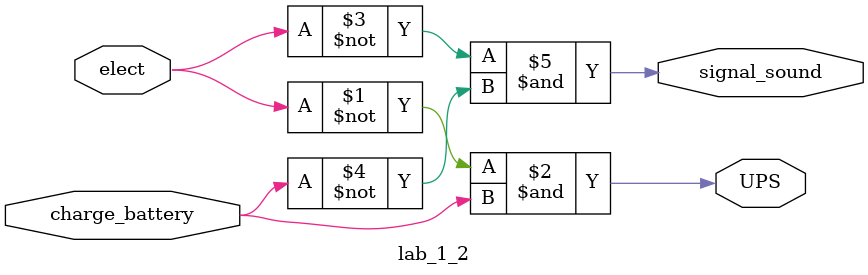
<source format=v>
module lab_1_2 (
	input elect, // электроэнергия
	input charge_battery, // заряд батареи
	output UPS, // Источник бесперебойного питания
	output signal_sound // звуковой сигнал 
);

	assign UPS = ~elect & charge_battery;
	assign signal_sound = ~elect & ~charge_battery;
endmodule

</source>
